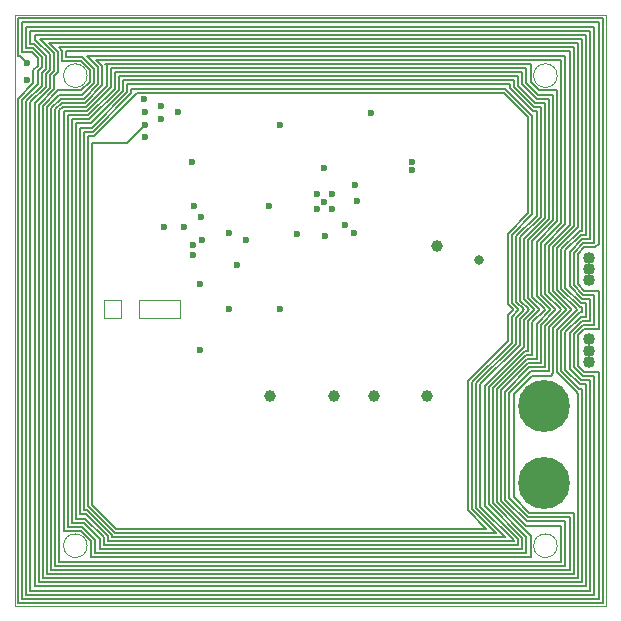
<source format=gbr>
%TF.GenerationSoftware,KiCad,Pcbnew,5.0.2-bee76a0~70~ubuntu18.04.1*%
%TF.CreationDate,2020-02-29T12:44:50-08:00*%
%TF.ProjectId,SolarCell+Y,536f6c61-7243-4656-9c6c-2b592e6b6963,rev?*%
%TF.SameCoordinates,Original*%
%TF.FileFunction,Copper,L4,Inr*%
%TF.FilePolarity,Positive*%
%FSLAX46Y46*%
G04 Gerber Fmt 4.6, Leading zero omitted, Abs format (unit mm)*
G04 Created by KiCad (PCBNEW 5.0.2-bee76a0~70~ubuntu18.04.1) date Sat 29 Feb 2020 12:44:50 PM PST*
%MOMM*%
%LPD*%
G01*
G04 APERTURE LIST*
%ADD10C,0.050000*%
%ADD11C,1.000000*%
%ADD12C,1.016000*%
%ADD13C,4.400000*%
%ADD14C,0.600000*%
%ADD15C,0.800000*%
%ADD16C,0.190000*%
G04 APERTURE END LIST*
D10*
X160500000Y-65600000D02*
X160500000Y-64100000D01*
X164000000Y-65600000D02*
X160500000Y-65600000D01*
X164000000Y-64100000D02*
X164000000Y-65600000D01*
X160500000Y-64100000D02*
X164000000Y-64100000D01*
X159000000Y-64100000D02*
X157500000Y-64100000D01*
X159000000Y-65650000D02*
X159000000Y-64100000D01*
X157500000Y-65650000D02*
X159000000Y-65650000D01*
X157500000Y-64100000D02*
X157500000Y-65650000D01*
X200000000Y-40000000D02*
X150000000Y-40000000D01*
X150000000Y-90000000D02*
X200000000Y-90000000D01*
X150000000Y-40000000D02*
X150000000Y-90000000D01*
X195900000Y-45100000D02*
G75*
G03X195900000Y-45100000I-1000000J0D01*
G01*
X156100000Y-84900000D02*
G75*
G03X156100000Y-84900000I-1000000J0D01*
G01*
X156100000Y-45100000D02*
G75*
G03X156100000Y-45100000I-1000000J0D01*
G01*
X195900000Y-84900000D02*
G75*
G03X195900000Y-84900000I-1000000J0D01*
G01*
X200000000Y-90000000D02*
X200000000Y-40000000D01*
D11*
X185750200Y-59512200D03*
X184835800Y-72263000D03*
X176987200Y-72263000D03*
X171602400Y-72263000D03*
X180424666Y-72263000D03*
D12*
X198566000Y-69330000D03*
X198566000Y-60530000D03*
X198566000Y-68380000D03*
X198566000Y-67430000D03*
X198566000Y-61480000D03*
X198566000Y-62430000D03*
D13*
X194800000Y-73100000D03*
X194800000Y-79600000D03*
D14*
X183593740Y-52415440D03*
X183593740Y-53050440D03*
X160978844Y-48166883D03*
X165112690Y-56134000D03*
X178796228Y-54378747D03*
X176174400Y-55806340D03*
X175574980Y-55144184D03*
X176844980Y-55144184D03*
X175567340Y-56413400D03*
X176844980Y-56388784D03*
X164338000Y-57912000D03*
X162575240Y-57912000D03*
X172417740Y-49303940D03*
X168148000Y-64897000D03*
X172466000Y-64897000D03*
X178689000Y-58420000D03*
X165684200Y-62738000D03*
X165684200Y-68300600D03*
X168148000Y-58420000D03*
X164973000Y-52451000D03*
X168783000Y-61147520D03*
D15*
X189300000Y-60700000D03*
D14*
X163830000Y-48196500D03*
X165700000Y-57100000D03*
X165862000Y-59055000D03*
X165100000Y-59436026D03*
X165100000Y-60325000D03*
X151000000Y-45500000D03*
X161036000Y-50292000D03*
X151003000Y-44005500D03*
X162359712Y-47637690D03*
X161036000Y-49276000D03*
X160909000Y-47117000D03*
X162369500Y-48750000D03*
X169560240Y-59019440D03*
X176184580Y-52959784D03*
X177942240Y-57749440D03*
X171528750Y-56161940D03*
X173878240Y-58471590D03*
X176218027Y-58650475D03*
X180164740Y-48224440D03*
X178954084Y-55753784D03*
D16*
X191700000Y-67600000D02*
X188350000Y-70950000D01*
X188350000Y-81900000D02*
X189900000Y-83450000D01*
X191400000Y-46550000D02*
X193450000Y-48600000D01*
X193450000Y-48600000D02*
X193450000Y-56750000D01*
X191700000Y-58500000D02*
X191700000Y-64450000D01*
X192150000Y-64950000D02*
X191700000Y-65400000D01*
X188350000Y-70950000D02*
X188350000Y-81900000D01*
X158550000Y-83450000D02*
X156550000Y-81450000D01*
X156550000Y-81450000D02*
X156550000Y-50800000D01*
X189900000Y-83450000D02*
X158550000Y-83450000D01*
X191700000Y-64450000D02*
X192150000Y-64900000D01*
X193450000Y-56750000D02*
X191700000Y-58500000D01*
X191700000Y-65400000D02*
X191700000Y-67600000D01*
X192150000Y-64900000D02*
X192150000Y-64950000D01*
X159512000Y-50800000D02*
X161036000Y-49276000D01*
X156550000Y-50800000D02*
X159512000Y-50800000D01*
X156700000Y-50200000D02*
X160350000Y-46550000D01*
X156200000Y-81550000D02*
X156200000Y-50200000D01*
X158450000Y-83800000D02*
X156200000Y-81550000D01*
X190700000Y-83800000D02*
X158450000Y-83800000D01*
X188700000Y-81800000D02*
X190700000Y-83800000D01*
X188700000Y-71050000D02*
X188700000Y-81800000D01*
X192050000Y-67700000D02*
X188700000Y-71050000D01*
X192050000Y-65500000D02*
X192050000Y-67700000D01*
X192600000Y-64950000D02*
X192050000Y-65500000D01*
X192600000Y-64900000D02*
X192600000Y-64950000D01*
X192050000Y-64350000D02*
X192600000Y-64900000D01*
X192050000Y-58600000D02*
X192050000Y-64350000D01*
X193800000Y-56850000D02*
X192050000Y-58600000D01*
X193800000Y-48500000D02*
X193800000Y-56850000D01*
X191500000Y-46200000D02*
X193800000Y-48500000D01*
X159850000Y-46200000D02*
X191500000Y-46200000D01*
X156600000Y-49850000D02*
X159850000Y-46600000D01*
X156100000Y-81900000D02*
X155850000Y-81900000D01*
X191500000Y-84150000D02*
X158200000Y-84150000D01*
X189050000Y-81700000D02*
X191500000Y-84150000D01*
X189050000Y-71150000D02*
X189050000Y-81700000D01*
X192400000Y-67800000D02*
X189050000Y-71150000D01*
X192400000Y-65600000D02*
X192400000Y-67800000D01*
X193000000Y-65000000D02*
X192400000Y-65600000D01*
X193000000Y-64950000D02*
X193000000Y-65000000D01*
X193050000Y-64900000D02*
X193000000Y-64950000D01*
X192400000Y-64250000D02*
X193050000Y-64900000D01*
X192400000Y-58700000D02*
X192400000Y-64250000D01*
X194150000Y-56950000D02*
X192400000Y-58700000D01*
X194150000Y-48100000D02*
X194150000Y-56950000D01*
X193850000Y-48100000D02*
X194150000Y-48100000D01*
X191900000Y-46150000D02*
X193850000Y-48100000D01*
X191900000Y-45850000D02*
X191900000Y-46150000D01*
X159500000Y-45850000D02*
X191900000Y-45850000D01*
X159500000Y-46500000D02*
X159500000Y-45850000D01*
X192200000Y-84500000D02*
X157850000Y-84500000D01*
X192250000Y-84450000D02*
X192200000Y-84500000D01*
X192750000Y-67900000D02*
X189400000Y-71250000D01*
X192750000Y-65700000D02*
X192750000Y-67900000D01*
X193450000Y-65000000D02*
X192750000Y-65700000D01*
X193450000Y-64950000D02*
X193450000Y-65000000D01*
X156500000Y-49500000D02*
X159500000Y-46500000D01*
X193500000Y-64900000D02*
X193450000Y-64950000D01*
X155500000Y-49500000D02*
X156500000Y-49500000D01*
X192750000Y-64150000D02*
X193500000Y-64900000D01*
X160350000Y-46550000D02*
X160650000Y-46550000D01*
X155500000Y-82250000D02*
X155500000Y-49500000D01*
X192750000Y-58800000D02*
X192750000Y-64150000D01*
X156000000Y-82250000D02*
X155500000Y-82250000D01*
X194500000Y-57050000D02*
X192750000Y-58800000D01*
X157850000Y-84100000D02*
X156000000Y-82250000D01*
X194500000Y-47750000D02*
X194500000Y-57050000D01*
X192250000Y-46050000D02*
X193950000Y-47750000D01*
X192250000Y-45500000D02*
X192250000Y-46050000D01*
X159150000Y-45500000D02*
X192250000Y-45500000D01*
X159150000Y-46400000D02*
X159150000Y-45500000D01*
X195550000Y-70300000D02*
X195350000Y-70500000D01*
X195550000Y-66500000D02*
X195550000Y-70300000D01*
X197100000Y-64950000D02*
X195550000Y-66500000D01*
X195550000Y-63350000D02*
X197100000Y-64900000D01*
X198700000Y-64000000D02*
X198700000Y-65850000D01*
X195550000Y-59600000D02*
X195550000Y-63350000D01*
X195350000Y-70500000D02*
X193750000Y-70500000D01*
X156200000Y-50200000D02*
X156700000Y-50200000D01*
X155614277Y-43850000D02*
X154000000Y-43850000D01*
X156352026Y-44587749D02*
X155614277Y-43850000D01*
X193450000Y-63950000D02*
X194400000Y-64900000D01*
X152350000Y-47650000D02*
X153651525Y-46348475D01*
X199050000Y-40950000D02*
X199050000Y-59250000D01*
X197550000Y-64900000D02*
X197550000Y-64950000D01*
X189400000Y-81600000D02*
X192250000Y-84450000D01*
X155615801Y-46348475D02*
X156352026Y-45612250D01*
X195900000Y-63250000D02*
X197550000Y-64900000D01*
X194150000Y-59200000D02*
X194150000Y-63750000D01*
X192200000Y-80801976D02*
X193548024Y-82150000D01*
X150447500Y-43450000D02*
X150250000Y-43450000D01*
X153650000Y-44800000D02*
X153650000Y-43100000D01*
X192200000Y-72050000D02*
X192200000Y-80801976D01*
X153300000Y-45150000D02*
X153650000Y-44800000D01*
X152000000Y-88000000D02*
X152000000Y-47550000D01*
X198000000Y-71600000D02*
X198000000Y-88000000D01*
X191850000Y-71950000D02*
X191850000Y-80900000D01*
X197750000Y-71600000D02*
X198000000Y-71600000D01*
X150950000Y-40950000D02*
X199050000Y-40950000D01*
X150950000Y-42750000D02*
X150950000Y-40950000D01*
X198000000Y-64700000D02*
X198000000Y-65150000D01*
X197800000Y-64700000D02*
X198000000Y-64700000D01*
X151300000Y-88700000D02*
X151300000Y-47350000D01*
X196250000Y-59800000D02*
X196250000Y-63150000D01*
X198000000Y-58250000D02*
X197800000Y-58250000D01*
X195200000Y-47050000D02*
X195200000Y-57250000D01*
X197300000Y-42700000D02*
X197300000Y-57850000D01*
X196950000Y-62950000D02*
X198000000Y-64000000D01*
X153300000Y-43200000D02*
X152100000Y-42000000D01*
X155614277Y-83650000D02*
X154100000Y-83650000D01*
X196950000Y-60000000D02*
X196950000Y-62950000D01*
X156450000Y-84485723D02*
X155614277Y-83650000D01*
X156700000Y-45700000D02*
X156700000Y-44500000D01*
X158200000Y-84000000D02*
X156100000Y-81900000D01*
X153400000Y-86600000D02*
X153400000Y-47950000D01*
X158200000Y-84150000D02*
X158200000Y-84000000D01*
X196600000Y-86600000D02*
X153400000Y-86600000D01*
X194500000Y-66200000D02*
X194500000Y-69450000D01*
X196600000Y-66800000D02*
X196600000Y-70000000D01*
X192600000Y-45150000D02*
X192600000Y-45950000D01*
X195900000Y-70200000D02*
X197600000Y-71900000D01*
X194850000Y-66300000D02*
X194850000Y-69800000D01*
X198350000Y-64350000D02*
X198350000Y-65500000D01*
X196600000Y-63050000D02*
X197900000Y-64350000D01*
X196600000Y-59900000D02*
X196600000Y-63050000D01*
X198200000Y-63300000D02*
X199400000Y-63300000D01*
X197900000Y-58600000D02*
X196600000Y-59900000D01*
X198350000Y-58600000D02*
X197900000Y-58600000D01*
X193300000Y-45750000D02*
X194250000Y-46700000D01*
X153651525Y-46348475D02*
X155615801Y-46348475D01*
X197950000Y-70900000D02*
X198700000Y-70900000D01*
X193300000Y-44450000D02*
X193300000Y-45750000D01*
X151700000Y-41650000D02*
X198350000Y-41650000D01*
X196950000Y-69900000D02*
X197950000Y-70900000D01*
X158100000Y-44450000D02*
X193300000Y-44450000D01*
X151700000Y-42050000D02*
X151700000Y-41650000D01*
X196950000Y-66900000D02*
X196950000Y-69900000D01*
X150600000Y-89400000D02*
X150600000Y-47150000D01*
X158100000Y-46100000D02*
X158100000Y-44450000D01*
X156100000Y-48100000D02*
X158100000Y-46100000D01*
X193548024Y-82150000D02*
X197300000Y-82150000D01*
X194850000Y-64900000D02*
X194850000Y-64950000D01*
X198700000Y-70900000D02*
X198700000Y-88700000D01*
X193800000Y-59100000D02*
X193800000Y-63850000D01*
X197600000Y-71900000D02*
X197600000Y-71950000D01*
X194850000Y-69800000D02*
X193550000Y-69800000D01*
X197800000Y-65150000D02*
X196250000Y-66700000D01*
X192600000Y-45950000D02*
X194050000Y-47400000D01*
X197650000Y-60200000D02*
X197650000Y-62750000D01*
X194400000Y-64900000D02*
X194400000Y-64950000D01*
X193550000Y-69800000D02*
X191500000Y-71850000D01*
X194150000Y-69100000D02*
X193350000Y-69100000D01*
X196250000Y-63150000D02*
X197800000Y-64700000D01*
X198150000Y-70200000D02*
X199400000Y-70200000D01*
X195550000Y-46700000D02*
X195550000Y-57350000D01*
X199050000Y-63650000D02*
X199050000Y-66200000D01*
X151650000Y-88350000D02*
X151650000Y-47450000D01*
X153650000Y-43100000D02*
X152900000Y-42350000D01*
X151900000Y-44300000D02*
X151900000Y-43600000D01*
X150600000Y-47150000D02*
X151900000Y-45850000D01*
X198350000Y-88350000D02*
X151650000Y-88350000D01*
X199100000Y-59650000D02*
X198200000Y-59650000D01*
X193300000Y-84150000D02*
X193300000Y-85550000D01*
X194250000Y-46700000D02*
X195550000Y-46700000D01*
X193800000Y-63850000D02*
X194850000Y-64900000D01*
X197100000Y-64900000D02*
X197100000Y-64950000D01*
X154150000Y-48100000D02*
X156100000Y-48100000D01*
X197650000Y-69700000D02*
X198150000Y-70200000D01*
X197300000Y-82150000D02*
X197300000Y-87300000D01*
X151650000Y-47450000D02*
X152950000Y-46150000D01*
X152900000Y-42350000D02*
X197650000Y-42350000D01*
X156050000Y-43400000D02*
X196600000Y-43400000D01*
X151550000Y-45750000D02*
X151550000Y-44650000D01*
X191150000Y-81100000D02*
X193250000Y-83200000D01*
X152350000Y-87650000D02*
X152350000Y-47650000D01*
X190800000Y-81200000D02*
X193653493Y-84053493D01*
X199400000Y-89400000D02*
X150600000Y-89400000D01*
X198100000Y-63650000D02*
X199050000Y-63650000D01*
X152250000Y-45950000D02*
X152250000Y-44850000D01*
X194050000Y-47400000D02*
X194850000Y-47400000D01*
X196250000Y-66700000D02*
X196250000Y-70100000D01*
X198200000Y-59650000D02*
X197650000Y-60200000D01*
X198000000Y-88000000D02*
X152000000Y-88000000D01*
X199400000Y-59350000D02*
X199100000Y-59650000D01*
X195900000Y-66600000D02*
X195900000Y-70200000D01*
X197850000Y-71250000D02*
X198350000Y-71250000D01*
X199000000Y-59300000D02*
X198100000Y-59300000D01*
X156352026Y-45612250D02*
X156352026Y-44587749D01*
X152000000Y-47550000D02*
X153300000Y-46250000D01*
X199400000Y-40600000D02*
X199400000Y-59350000D01*
X198350000Y-41650000D02*
X198350000Y-58600000D01*
X150247010Y-47052990D02*
X151550000Y-45750000D01*
X193150000Y-68400000D02*
X190100000Y-71450000D01*
X197900000Y-65500000D02*
X196600000Y-66800000D01*
X190450000Y-71550000D02*
X190450000Y-81300000D01*
X198100000Y-59300000D02*
X197300000Y-60100000D01*
X198350000Y-71250000D02*
X198350000Y-88350000D01*
X160650000Y-46550000D02*
X191400000Y-46550000D01*
X151400000Y-43100000D02*
X150600000Y-43100000D01*
X152950000Y-46150000D02*
X152950000Y-45050000D01*
X197650000Y-42350000D02*
X197650000Y-57950000D01*
X196600000Y-43400000D02*
X196600000Y-57650000D01*
X154000000Y-43000000D02*
X153700000Y-42700000D01*
X150600000Y-43100000D02*
X150600000Y-40600000D01*
X158800000Y-45150000D02*
X192600000Y-45150000D01*
X156400000Y-49150000D02*
X159150000Y-46400000D01*
X197300000Y-67000000D02*
X197300000Y-69800000D01*
X197800000Y-58250000D02*
X196250000Y-59800000D01*
X195200000Y-57250000D02*
X193450000Y-59000000D01*
X198000000Y-58950000D02*
X196950000Y-60000000D01*
X197300000Y-57850000D02*
X195550000Y-59600000D01*
X198000000Y-64000000D02*
X198700000Y-64000000D01*
X155850000Y-49850000D02*
X156600000Y-49850000D01*
X150250000Y-43450000D02*
X150250000Y-40250000D01*
X193300000Y-85550000D02*
X156800000Y-85550000D01*
X153700000Y-42700000D02*
X197300000Y-42700000D01*
X150247010Y-89752990D02*
X150247010Y-47052990D01*
X198700000Y-58950000D02*
X198000000Y-58950000D01*
X197300000Y-69800000D02*
X198050000Y-70550000D01*
X151900000Y-45850000D02*
X151900000Y-44750000D01*
X151500000Y-42750000D02*
X150950000Y-42750000D01*
X153400000Y-47950000D02*
X153950000Y-47400000D01*
X150600000Y-40600000D02*
X199400000Y-40600000D01*
X193450000Y-69450000D02*
X191150000Y-71750000D01*
X199050000Y-66200000D02*
X198100000Y-66200000D01*
X155850000Y-81900000D02*
X155850000Y-49850000D01*
X153950000Y-47400000D02*
X155900000Y-47400000D01*
X191150000Y-71750000D02*
X191150000Y-81100000D01*
X196250000Y-70100000D02*
X197750000Y-71600000D01*
X152600000Y-44500000D02*
X152600000Y-43400000D01*
X193650000Y-85900000D02*
X156450000Y-85900000D01*
X193100000Y-68050000D02*
X193050000Y-68050000D01*
X189400000Y-71250000D02*
X189400000Y-81600000D01*
X199400000Y-63300000D02*
X199400000Y-66550000D01*
X154000000Y-43850000D02*
X154000000Y-43000000D01*
X158800000Y-46300000D02*
X158800000Y-45150000D01*
X155150000Y-49150000D02*
X156400000Y-49150000D01*
X193450000Y-59000000D02*
X193450000Y-63950000D01*
X150950000Y-89050000D02*
X150950000Y-47250000D01*
X199400000Y-66550000D02*
X198200000Y-66550000D01*
X193450000Y-82500000D02*
X196950000Y-82500000D01*
X155700000Y-43500000D02*
X154350000Y-43500000D01*
X199050000Y-89050000D02*
X150950000Y-89050000D01*
X150247010Y-40247010D02*
X199752990Y-40247010D01*
X198700000Y-65850000D02*
X198000000Y-65850000D01*
X151300000Y-41300000D02*
X198700000Y-41300000D01*
X154450000Y-83300000D02*
X154450000Y-48450000D01*
X194400000Y-64950000D02*
X193450000Y-65900000D01*
X197900000Y-64350000D02*
X198350000Y-64350000D01*
X151550000Y-44650000D02*
X151900000Y-44300000D01*
X151900000Y-43600000D02*
X151400000Y-43100000D01*
X197550000Y-64950000D02*
X195900000Y-66600000D01*
X157850000Y-84500000D02*
X157850000Y-84100000D01*
X193950000Y-47750000D02*
X194500000Y-47750000D01*
X151900000Y-44750000D02*
X152250000Y-44400000D01*
X197650000Y-87650000D02*
X152350000Y-87650000D01*
X191500000Y-81000000D02*
X193350000Y-82850000D01*
X190800000Y-71650000D02*
X190800000Y-81200000D01*
X199400000Y-70200000D02*
X199400000Y-89400000D01*
X197300000Y-62850000D02*
X198100000Y-63650000D01*
X198700000Y-88700000D02*
X151300000Y-88700000D01*
X156800000Y-84400000D02*
X155700000Y-83300000D01*
X159850000Y-46600000D02*
X159850000Y-46200000D01*
X197650000Y-62750000D02*
X198200000Y-63300000D01*
X152250000Y-43500000D02*
X151500000Y-42750000D01*
X155900000Y-82600000D02*
X155150000Y-82600000D01*
X199050000Y-59250000D02*
X199000000Y-59300000D01*
X193450000Y-68400000D02*
X193150000Y-68400000D01*
X198350000Y-65500000D02*
X197900000Y-65500000D01*
X193250000Y-68750000D02*
X190450000Y-71550000D01*
X198000000Y-65150000D02*
X197800000Y-65150000D01*
X151300000Y-42400000D02*
X151300000Y-41300000D01*
X193450000Y-65900000D02*
X193450000Y-68400000D01*
X197650000Y-72000000D02*
X197650000Y-87650000D01*
X196600000Y-70000000D02*
X197850000Y-71250000D01*
X190450000Y-81300000D02*
X193300000Y-84150000D01*
X197300000Y-60100000D02*
X197300000Y-62850000D01*
X150250000Y-40250000D02*
X150247010Y-40247010D01*
X155700000Y-46700000D02*
X156700000Y-45700000D01*
X198100000Y-66200000D02*
X197300000Y-67000000D01*
X198050000Y-70550000D02*
X199050000Y-70550000D01*
X199752990Y-40247010D02*
X199752990Y-89752990D01*
X194500000Y-63650000D02*
X195750000Y-64900000D01*
X192950000Y-44800000D02*
X192950000Y-45850000D01*
X199050000Y-70550000D02*
X199050000Y-89050000D01*
X193750000Y-70500000D02*
X192200000Y-72050000D01*
X153300000Y-46250000D02*
X153300000Y-45150000D01*
X196950000Y-86950000D02*
X153050000Y-86950000D01*
X152250000Y-44850000D02*
X152600000Y-44500000D01*
X197600000Y-71950000D02*
X197650000Y-72000000D01*
X156300000Y-48800000D02*
X158800000Y-46300000D01*
X155150000Y-82600000D02*
X155150000Y-49150000D01*
X152600000Y-43400000D02*
X151600000Y-42400000D01*
X152950000Y-43300000D02*
X151700000Y-42050000D01*
X152600000Y-44950000D02*
X152950000Y-44600000D01*
X194850000Y-64950000D02*
X193800000Y-66000000D01*
X151600000Y-42400000D02*
X151300000Y-42400000D01*
X190100000Y-71450000D02*
X190100000Y-81400000D01*
X153300000Y-44700000D02*
X153300000Y-43200000D01*
X195900000Y-59700000D02*
X195900000Y-63250000D01*
X193950000Y-64900000D02*
X193950000Y-64950000D01*
X197650000Y-67100000D02*
X197650000Y-69700000D01*
X198700000Y-41300000D02*
X198700000Y-58950000D01*
X152600000Y-46050000D02*
X152600000Y-44950000D01*
X152950000Y-44600000D02*
X152950000Y-43300000D01*
X197300000Y-87300000D02*
X152700000Y-87300000D01*
X152700000Y-87300000D02*
X152700000Y-47750000D01*
X152700000Y-47750000D02*
X153750000Y-46700000D01*
X199752990Y-89752990D02*
X150247010Y-89752990D01*
X153750000Y-46700000D02*
X155700000Y-46700000D01*
X191850000Y-80900000D02*
X193450000Y-82500000D01*
X156700000Y-44500000D02*
X155700000Y-43500000D01*
X196950000Y-82500000D02*
X196950000Y-86950000D01*
X193350000Y-82850000D02*
X196600000Y-82850000D01*
X154350000Y-43500000D02*
X154350000Y-43050000D01*
X196600000Y-82850000D02*
X196600000Y-86600000D01*
X154350000Y-43050000D02*
X196950000Y-43050000D01*
X153050000Y-86950000D02*
X153050000Y-47850000D01*
X196950000Y-43050000D02*
X196950000Y-57750000D01*
X196950000Y-57750000D02*
X195200000Y-59500000D01*
X196100000Y-65050000D02*
X194850000Y-66300000D01*
X195200000Y-66400000D02*
X195200000Y-70150000D01*
X198000000Y-65850000D02*
X196950000Y-66900000D01*
X195200000Y-70150000D02*
X193650000Y-70150000D01*
X193650000Y-70150000D02*
X191850000Y-71950000D01*
X153050000Y-47850000D02*
X153850000Y-47050000D01*
X153850000Y-47050000D02*
X155800000Y-47050000D01*
X155800000Y-47050000D02*
X157050000Y-45800000D01*
X198200000Y-66550000D02*
X197650000Y-67100000D01*
X157050000Y-45800000D02*
X157050000Y-44400000D01*
X150950000Y-47250000D02*
X152250000Y-45950000D01*
X157050000Y-44400000D02*
X156050000Y-43400000D01*
X196600000Y-57650000D02*
X194850000Y-59400000D01*
X195200000Y-59500000D02*
X195200000Y-63450000D01*
X194850000Y-59400000D02*
X194850000Y-63550000D01*
X195200000Y-63450000D02*
X196650000Y-64900000D01*
X194850000Y-63550000D02*
X196200000Y-64900000D01*
X196650000Y-64900000D02*
X196650000Y-64950000D01*
X196200000Y-64900000D02*
X196100000Y-65000000D01*
X196650000Y-64950000D02*
X195200000Y-66400000D01*
X196100000Y-65000000D02*
X196100000Y-65050000D01*
X191500000Y-71850000D02*
X191500000Y-81000000D01*
X193350000Y-69100000D02*
X190800000Y-71650000D01*
X155900000Y-47400000D02*
X157400000Y-45900000D01*
X157400000Y-45900000D02*
X157400000Y-44300000D01*
X157400000Y-44300000D02*
X156850000Y-43750000D01*
X156850000Y-43750000D02*
X196250000Y-43750000D01*
X196250000Y-43750000D02*
X196250000Y-57550000D01*
X196250000Y-57550000D02*
X194500000Y-59300000D01*
X194500000Y-69450000D02*
X193450000Y-69450000D01*
X193250000Y-83200000D02*
X196250000Y-83200000D01*
X196250000Y-83200000D02*
X196250000Y-86250000D01*
X196250000Y-86250000D02*
X153750000Y-86250000D01*
X153750000Y-86250000D02*
X153750000Y-48050000D01*
X194150000Y-63750000D02*
X195300000Y-64900000D01*
X153750000Y-48050000D02*
X154050000Y-47750000D01*
X195300000Y-64900000D02*
X195300000Y-64950000D01*
X154050000Y-47750000D02*
X156000000Y-47750000D01*
X193650000Y-45619852D02*
X194380148Y-46350000D01*
X194380148Y-46350000D02*
X195900000Y-46350000D01*
X195900000Y-46350000D02*
X195900000Y-57450000D01*
X195900000Y-57450000D02*
X194150000Y-59200000D01*
X156000000Y-47750000D02*
X157750000Y-46000000D01*
X195300000Y-64950000D02*
X194150000Y-66100000D01*
X192950000Y-85200000D02*
X157150000Y-85200000D01*
X157750000Y-46000000D02*
X157750000Y-44200000D01*
X194150000Y-66100000D02*
X194150000Y-69100000D01*
X157150000Y-85200000D02*
X157150000Y-84300000D01*
X154100000Y-83650000D02*
X154100000Y-48150000D01*
X154100000Y-48150000D02*
X154150000Y-48100000D01*
X195550000Y-57350000D02*
X193800000Y-59100000D01*
X151003000Y-44005500D02*
X150447500Y-43450000D01*
X193800000Y-66000000D02*
X193800000Y-68750000D01*
X193800000Y-68750000D02*
X193250000Y-68750000D01*
X156800000Y-85550000D02*
X156800000Y-84400000D01*
X155700000Y-83300000D02*
X154450000Y-83300000D01*
X154450000Y-48450000D02*
X156200000Y-48450000D01*
X156200000Y-48450000D02*
X158450000Y-46200000D01*
X151300000Y-47350000D02*
X152600000Y-46050000D01*
X158450000Y-46200000D02*
X158450000Y-44800000D01*
X194500000Y-59300000D02*
X194500000Y-63650000D01*
X158450000Y-44800000D02*
X192950000Y-44800000D01*
X195750000Y-64900000D02*
X195750000Y-64950000D01*
X192950000Y-45850000D02*
X194150000Y-47050000D01*
X195750000Y-64950000D02*
X194500000Y-66200000D01*
X194150000Y-47050000D02*
X195200000Y-47050000D01*
X190100000Y-81400000D02*
X192950000Y-84250000D01*
X197650000Y-57950000D02*
X195900000Y-59700000D01*
X152950000Y-45050000D02*
X153300000Y-44700000D01*
X192950000Y-84250000D02*
X192950000Y-85200000D01*
X156450000Y-85900000D02*
X156450000Y-84485723D01*
X193050000Y-68050000D02*
X189750000Y-71350000D01*
X152100000Y-42000000D02*
X198000000Y-42000000D01*
X157150000Y-84300000D02*
X155800000Y-82950000D01*
X192600000Y-84350000D02*
X192600000Y-84850000D01*
X198000000Y-42000000D02*
X198000000Y-58250000D01*
X155800000Y-82950000D02*
X154800000Y-82950000D01*
X192600000Y-84850000D02*
X157500000Y-84850000D01*
X154800000Y-82950000D02*
X154800000Y-48800000D01*
X157500000Y-84850000D02*
X157500000Y-84200000D01*
X154800000Y-48800000D02*
X156300000Y-48800000D01*
X157750000Y-44200000D02*
X157650000Y-44100000D01*
X194850000Y-47400000D02*
X194850000Y-57150000D01*
X157650000Y-44100000D02*
X193650000Y-44100000D01*
X194850000Y-57150000D02*
X193100000Y-58900000D01*
X193650000Y-44100000D02*
X193650000Y-45619852D01*
X193100000Y-58900000D02*
X193100000Y-64050000D01*
X193100000Y-64050000D02*
X193950000Y-64900000D01*
X152250000Y-44400000D02*
X152250000Y-43500000D01*
X193653493Y-84053493D02*
X193653493Y-85896507D01*
X193950000Y-64950000D02*
X193100000Y-65800000D01*
X193653493Y-85896507D02*
X193650000Y-85900000D01*
X193100000Y-65800000D02*
X193100000Y-68050000D01*
X189750000Y-71350000D02*
X189750000Y-81500000D01*
X189750000Y-81500000D02*
X192600000Y-84350000D01*
X157500000Y-84200000D02*
X155900000Y-82600000D01*
M02*

</source>
